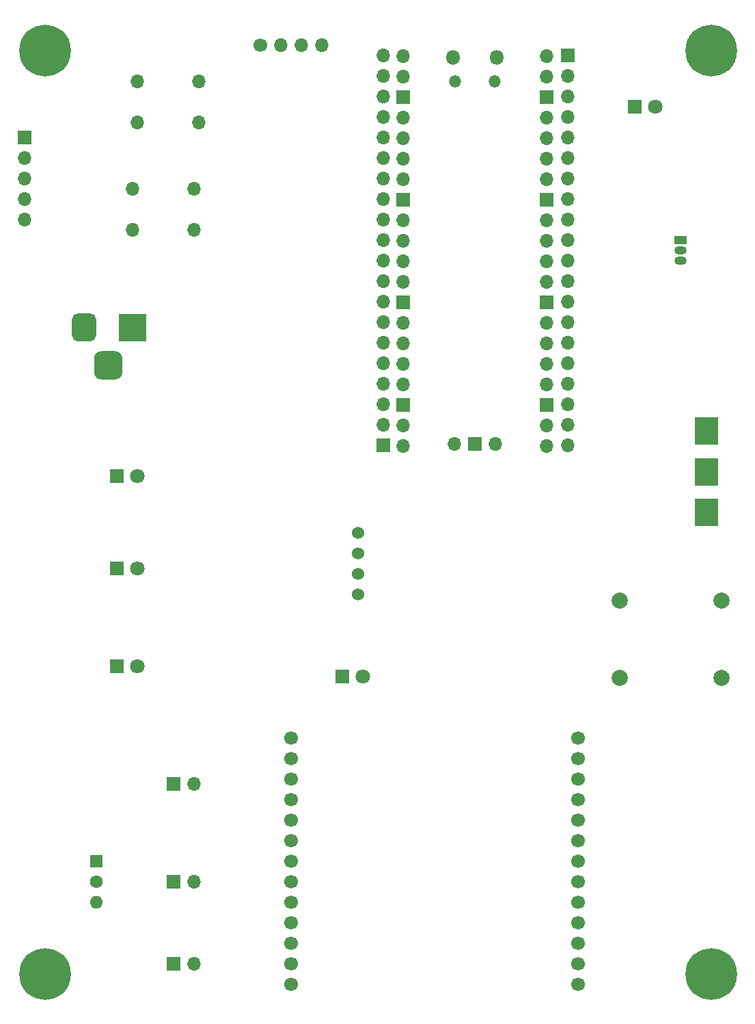
<source format=gbr>
%TF.GenerationSoftware,KiCad,Pcbnew,(5.1.10)-1*%
%TF.CreationDate,2021-10-29T11:14:33-04:00*%
%TF.ProjectId,A7585-test-board,41373538-352d-4746-9573-742d626f6172,rev?*%
%TF.SameCoordinates,Original*%
%TF.FileFunction,Soldermask,Bot*%
%TF.FilePolarity,Negative*%
%FSLAX46Y46*%
G04 Gerber Fmt 4.6, Leading zero omitted, Abs format (unit mm)*
G04 Created by KiCad (PCBNEW (5.1.10)-1) date 2021-10-29 11:14:33*
%MOMM*%
%LPD*%
G01*
G04 APERTURE LIST*
%ADD10O,1.700000X1.700000*%
%ADD11R,1.700000X1.700000*%
%ADD12O,1.500000X1.500000*%
%ADD13O,1.800000X1.800000*%
%ADD14C,1.700000*%
%ADD15C,1.524000*%
%ADD16R,1.600000X1.600000*%
%ADD17O,1.600000X1.600000*%
%ADD18C,1.600000*%
%ADD19R,3.000000X3.500000*%
%ADD20C,2.000000*%
%ADD21R,1.500000X1.050000*%
%ADD22O,1.500000X1.050000*%
%ADD23C,6.400000*%
%ADD24C,1.800000*%
%ADD25R,1.800000X1.800000*%
%ADD26R,3.500000X3.500000*%
G04 APERTURE END LIST*
D10*
%TO.C,SW301*%
X64135000Y-62230000D03*
X64135000Y-59690000D03*
X64135000Y-57150000D03*
X64135000Y-54610000D03*
D11*
X64135000Y-52070000D03*
%TD*%
D10*
%TO.C,SW303*%
X77470000Y-63500000D03*
X77470000Y-58420000D03*
X85090000Y-58420000D03*
X85090000Y-63500000D03*
%TD*%
%TO.C,U300*%
X122450000Y-90025000D03*
D11*
X119910000Y-90025000D03*
D10*
X117370000Y-90025000D03*
D12*
X122335000Y-45155000D03*
X117485000Y-45155000D03*
D13*
X122635000Y-42125000D03*
X117185000Y-42125000D03*
D10*
X128800000Y-41995000D03*
X128800000Y-44535000D03*
D11*
X128800000Y-47075000D03*
D10*
X128800000Y-49615000D03*
X128800000Y-52155000D03*
X128800000Y-54695000D03*
X128800000Y-57235000D03*
D11*
X128800000Y-59775000D03*
D10*
X128800000Y-62315000D03*
X128800000Y-64855000D03*
X128800000Y-67395000D03*
X128800000Y-69935000D03*
D11*
X128800000Y-72475000D03*
D10*
X128800000Y-75015000D03*
X128800000Y-77555000D03*
X128800000Y-80095000D03*
X128800000Y-82635000D03*
D11*
X128800000Y-85175000D03*
D10*
X128800000Y-87715000D03*
X128800000Y-90255000D03*
X111020000Y-90255000D03*
X111020000Y-87715000D03*
D11*
X111020000Y-85175000D03*
D10*
X111020000Y-82635000D03*
X111020000Y-80095000D03*
X111020000Y-77555000D03*
X111020000Y-75015000D03*
D11*
X111020000Y-72475000D03*
D10*
X111020000Y-69935000D03*
X111020000Y-67395000D03*
X111020000Y-64855000D03*
X111020000Y-62315000D03*
D11*
X111020000Y-59775000D03*
D10*
X111020000Y-57235000D03*
X111020000Y-54695000D03*
X111020000Y-52155000D03*
X111020000Y-49615000D03*
D11*
X111020000Y-47075000D03*
D10*
X111020000Y-44535000D03*
X111020000Y-41995000D03*
%TD*%
D14*
%TO.C,U200*%
X97155000Y-126365000D03*
X97155000Y-128905000D03*
X97155000Y-131445000D03*
X97155000Y-133985000D03*
X97155000Y-136525000D03*
X97155000Y-139065000D03*
X97155000Y-141605000D03*
X97155000Y-144145000D03*
X97155000Y-146685000D03*
X97155000Y-149225000D03*
X97155000Y-151765000D03*
X97155000Y-154305000D03*
X97155000Y-156845000D03*
X132715000Y-156845000D03*
X132715000Y-154305000D03*
X132715000Y-151765000D03*
X132715000Y-149225000D03*
X132715000Y-146685000D03*
X132715000Y-144145000D03*
X132715000Y-141605000D03*
X132715000Y-139065000D03*
X132715000Y-136525000D03*
X132715000Y-133985000D03*
X132715000Y-131445000D03*
X132715000Y-128905000D03*
X132715000Y-126365000D03*
%TD*%
D15*
%TO.C,U100*%
X105410000Y-108585000D03*
X105410000Y-106045000D03*
X105410000Y-103505000D03*
X105410000Y-100965000D03*
%TD*%
D10*
%TO.C,SW302*%
X78105000Y-50165000D03*
X78105000Y-45085000D03*
X85725000Y-45085000D03*
X85725000Y-50165000D03*
%TD*%
D16*
%TO.C,SW201*%
X73025000Y-141605000D03*
D17*
X73025000Y-146685000D03*
D18*
X73025000Y-144145000D03*
%TD*%
D19*
%TO.C,RV301*%
X148590000Y-88425000D03*
X148590000Y-93425000D03*
X148590000Y-98425000D03*
%TD*%
D20*
%TO.C,J201*%
X137858500Y-109410500D03*
X150431500Y-109410500D03*
%TD*%
%TO.C,J200*%
X137858500Y-118935500D03*
X150431500Y-118935500D03*
%TD*%
D14*
%TO.C,J1*%
X93345000Y-40640000D03*
D10*
X95885000Y-40640000D03*
X98425000Y-40640000D03*
X100965000Y-40640000D03*
%TD*%
D21*
%TO.C,U301*%
X145415000Y-64770000D03*
D22*
X145415000Y-67310000D03*
X145415000Y-66040000D03*
%TD*%
D23*
%TO.C,H4*%
X66675000Y-155575000D03*
%TD*%
%TO.C,H3*%
X149225000Y-41275000D03*
%TD*%
%TO.C,H2*%
X149225000Y-155575000D03*
%TD*%
%TO.C,H1*%
X66675000Y-41275000D03*
%TD*%
D24*
%TO.C,D301*%
X106045000Y-118745000D03*
D25*
X103505000Y-118745000D03*
%TD*%
D24*
%TO.C,D300*%
X142240000Y-48260000D03*
D25*
X139700000Y-48260000D03*
%TD*%
D24*
%TO.C,D202*%
X78105000Y-117475000D03*
D25*
X75565000Y-117475000D03*
%TD*%
D24*
%TO.C,D201*%
X78105000Y-105410000D03*
D25*
X75565000Y-105410000D03*
%TD*%
D24*
%TO.C,D101*%
X78105000Y-93980000D03*
D25*
X75565000Y-93980000D03*
%TD*%
D10*
%TO.C,J3*%
X131445000Y-90170000D03*
X131445000Y-87630000D03*
X131445000Y-85090000D03*
X131445000Y-82550000D03*
X131445000Y-80010000D03*
X131445000Y-77470000D03*
X131445000Y-74930000D03*
X131445000Y-72390000D03*
X131445000Y-69850000D03*
X131445000Y-67310000D03*
X131445000Y-64770000D03*
X131445000Y-62230000D03*
X131445000Y-59690000D03*
X131445000Y-57150000D03*
X131445000Y-54610000D03*
X131445000Y-52070000D03*
X131445000Y-49530000D03*
X131445000Y-46990000D03*
X131445000Y-44450000D03*
D11*
X131445000Y-41910000D03*
%TD*%
D10*
%TO.C,J2*%
X108585000Y-41910000D03*
X108585000Y-44450000D03*
X108585000Y-46990000D03*
X108585000Y-49530000D03*
X108585000Y-52070000D03*
X108585000Y-54610000D03*
X108585000Y-57150000D03*
X108585000Y-59690000D03*
X108585000Y-62230000D03*
X108585000Y-64770000D03*
X108585000Y-67310000D03*
X108585000Y-69850000D03*
X108585000Y-72390000D03*
X108585000Y-74930000D03*
X108585000Y-77470000D03*
X108585000Y-80010000D03*
X108585000Y-82550000D03*
X108585000Y-85090000D03*
X108585000Y-87630000D03*
D11*
X108585000Y-90170000D03*
%TD*%
D10*
%TO.C,JP202*%
X85090000Y-154305000D03*
D11*
X82550000Y-154305000D03*
%TD*%
D10*
%TO.C,JP201*%
X85090000Y-144145000D03*
D11*
X82550000Y-144145000D03*
%TD*%
D10*
%TO.C,JP3*%
X85090000Y-132080000D03*
D11*
X82550000Y-132080000D03*
%TD*%
%TO.C,J100*%
G36*
G01*
X72720000Y-81140000D02*
X72720000Y-79390000D01*
G75*
G02*
X73595000Y-78515000I875000J0D01*
G01*
X75345000Y-78515000D01*
G75*
G02*
X76220000Y-79390000I0J-875000D01*
G01*
X76220000Y-81140000D01*
G75*
G02*
X75345000Y-82015000I-875000J0D01*
G01*
X73595000Y-82015000D01*
G75*
G02*
X72720000Y-81140000I0J875000D01*
G01*
G37*
G36*
G01*
X69970000Y-76565000D02*
X69970000Y-74565000D01*
G75*
G02*
X70720000Y-73815000I750000J0D01*
G01*
X72220000Y-73815000D01*
G75*
G02*
X72970000Y-74565000I0J-750000D01*
G01*
X72970000Y-76565000D01*
G75*
G02*
X72220000Y-77315000I-750000J0D01*
G01*
X70720000Y-77315000D01*
G75*
G02*
X69970000Y-76565000I0J750000D01*
G01*
G37*
D26*
X77470000Y-75565000D03*
%TD*%
M02*

</source>
